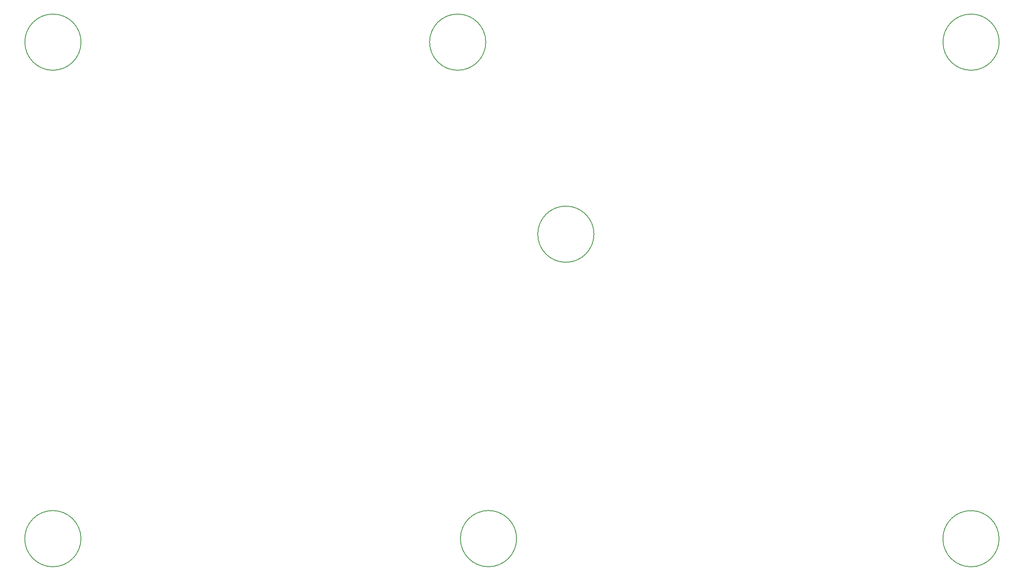
<source format=gbr>
%TF.GenerationSoftware,KiCad,Pcbnew,7.0.9*%
%TF.CreationDate,2024-03-26T15:37:35+08:00*%
%TF.ProjectId,Flatbox-LED-Mirrored,466c6174-626f-4782-9d4c-45442d4d6972,rev?*%
%TF.SameCoordinates,Original*%
%TF.FileFunction,Other,Comment*%
%FSLAX46Y46*%
G04 Gerber Fmt 4.6, Leading zero omitted, Abs format (unit mm)*
G04 Created by KiCad (PCBNEW 7.0.9) date 2024-03-26 15:37:35*
%MOMM*%
%LPD*%
G01*
G04 APERTURE LIST*
%ADD10C,0.150000*%
G04 APERTURE END LIST*
D10*
%TO.C,H1*%
X265880000Y-51320000D02*
G75*
G03*
X265880000Y-51320000I-6000000J0D01*
G01*
%TO.C,H6*%
X162860000Y-157310000D02*
G75*
G03*
X162860000Y-157310000I-6000000J0D01*
G01*
%TO.C,H7*%
X69850000Y-157320000D02*
G75*
G03*
X69850000Y-157320000I-6000000J0D01*
G01*
%TO.C,H5*%
X69870000Y-51320000D02*
G75*
G03*
X69870000Y-51320000I-6000000J0D01*
G01*
%TO.C,H2*%
X179370000Y-92320000D02*
G75*
G03*
X179370000Y-92320000I-6000000J0D01*
G01*
%TO.C,H3*%
X265860000Y-157330000D02*
G75*
G03*
X265860000Y-157330000I-6000000J0D01*
G01*
%TO.C,H4*%
X156280000Y-51320000D02*
G75*
G03*
X156280000Y-51320000I-6000000J0D01*
G01*
%TD*%
M02*

</source>
